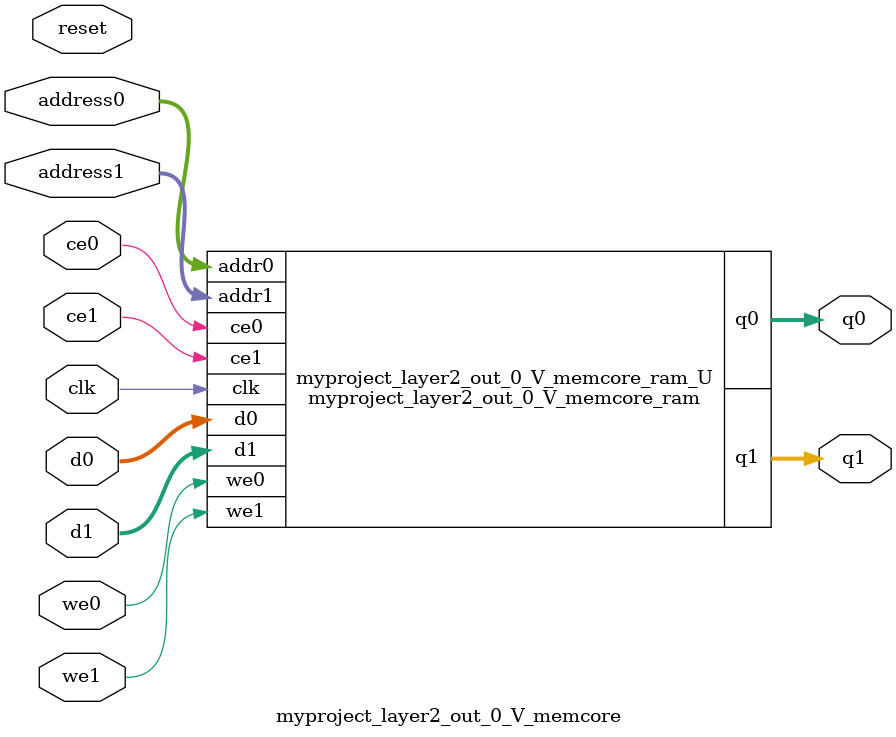
<source format=v>

`timescale 1 ns / 1 ps
module myproject_layer2_out_0_V_memcore_ram (addr0, ce0, d0, we0, q0, addr1, ce1, d1, we1, q1,  clk);

parameter DWIDTH = 16;
parameter AWIDTH = 13;
parameter MEM_SIZE = 5696;

input[AWIDTH-1:0] addr0;
input ce0;
input[DWIDTH-1:0] d0;
input we0;
output reg[DWIDTH-1:0] q0;
input[AWIDTH-1:0] addr1;
input ce1;
input[DWIDTH-1:0] d1;
input we1;
output reg[DWIDTH-1:0] q1;
input clk;

(* ram_style = "block" *)reg [DWIDTH-1:0] ram[0:MEM_SIZE-1];




always @(posedge clk)  
begin 
    if (ce0) 
    begin
        if (we0) 
        begin 
            ram[addr0] <= d0; 
            q0 <= d0;
        end 
        else 
            q0 <= ram[addr0];
    end
end


always @(posedge clk)  
begin 
    if (ce1) 
    begin
        if (we1) 
        begin 
            ram[addr1] <= d1; 
            q1 <= d1;
        end 
        else 
            q1 <= ram[addr1];
    end
end


endmodule


`timescale 1 ns / 1 ps
module myproject_layer2_out_0_V_memcore(
    reset,
    clk,
    address0,
    ce0,
    we0,
    d0,
    q0,
    address1,
    ce1,
    we1,
    d1,
    q1);

parameter DataWidth = 32'd16;
parameter AddressRange = 32'd5696;
parameter AddressWidth = 32'd13;
input reset;
input clk;
input[AddressWidth - 1:0] address0;
input ce0;
input we0;
input[DataWidth - 1:0] d0;
output[DataWidth - 1:0] q0;
input[AddressWidth - 1:0] address1;
input ce1;
input we1;
input[DataWidth - 1:0] d1;
output[DataWidth - 1:0] q1;



myproject_layer2_out_0_V_memcore_ram myproject_layer2_out_0_V_memcore_ram_U(
    .clk( clk ),
    .addr0( address0 ),
    .ce0( ce0 ),
    .we0( we0 ),
    .d0( d0 ),
    .q0( q0 ),
    .addr1( address1 ),
    .ce1( ce1 ),
    .we1( we1 ),
    .d1( d1 ),
    .q1( q1 ));

endmodule


</source>
